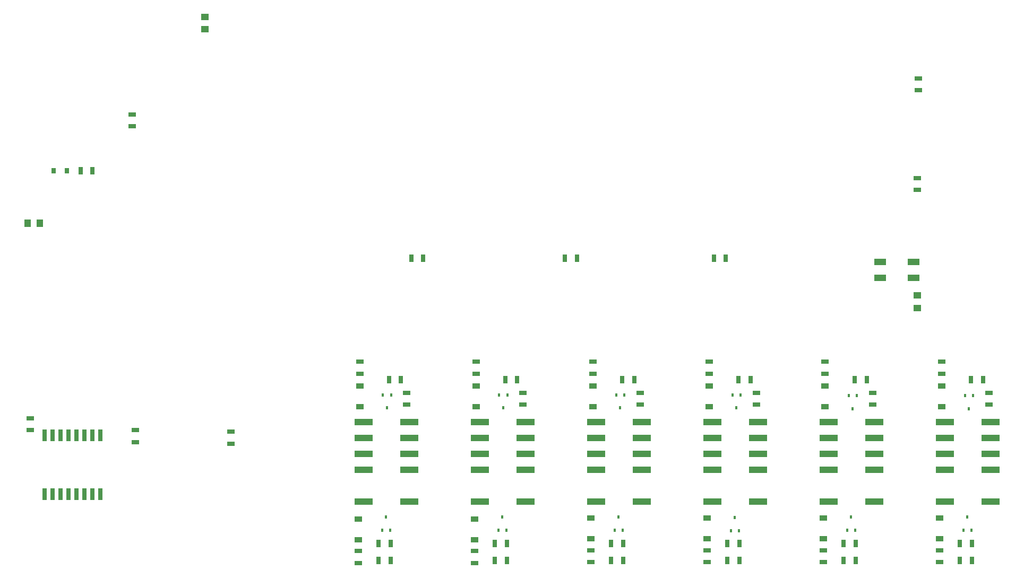
<source format=gbr>
G04 #@! TF.GenerationSoftware,KiCad,Pcbnew,(5.0.2)-1*
G04 #@! TF.CreationDate,2019-02-25T14:42:47-06:00*
G04 #@! TF.ProjectId,OpenThermostat,4f70656e-5468-4657-926d-6f737461742e,rev?*
G04 #@! TF.SameCoordinates,Original*
G04 #@! TF.FileFunction,Paste,Top*
G04 #@! TF.FilePolarity,Positive*
%FSLAX46Y46*%
G04 Gerber Fmt 4.6, Leading zero omitted, Abs format (unit mm)*
G04 Created by KiCad (PCBNEW (5.0.2)-1) date 2/25/2019 2:42:47 PM*
%MOMM*%
%LPD*%
G01*
G04 APERTURE LIST*
%ADD10R,0.700000X1.300000*%
%ADD11R,0.400000X0.600000*%
%ADD12R,1.300000X0.700000*%
%ADD13R,3.000000X1.110000*%
%ADD14R,0.650000X1.950000*%
%ADD15R,1.200000X0.900000*%
%ADD16R,1.875000X1.050000*%
%ADD17R,1.250000X1.000000*%
%ADD18R,0.800000X0.900000*%
%ADD19R,1.000000X1.250000*%
G04 APERTURE END LIST*
D10*
G04 #@! TO.C,R9*
X166304000Y-103505000D03*
X164404000Y-103505000D03*
G04 #@! TD*
D11*
G04 #@! TO.C,Q1*
X168417000Y-147066000D03*
X167117000Y-147066000D03*
X167767000Y-144966000D03*
G04 #@! TD*
G04 #@! TO.C,Q2*
X167371000Y-125349000D03*
X168671000Y-125349000D03*
X168021000Y-127449000D03*
G04 #@! TD*
G04 #@! TO.C,Q3*
X149225000Y-144839000D03*
X148575000Y-146939000D03*
X149875000Y-146939000D03*
G04 #@! TD*
G04 #@! TO.C,Q4*
X148829000Y-125349000D03*
X150129000Y-125349000D03*
X149479000Y-127449000D03*
G04 #@! TD*
G04 #@! TO.C,Q5*
X204851000Y-144839000D03*
X204201000Y-146939000D03*
X205501000Y-146939000D03*
G04 #@! TD*
G04 #@! TO.C,Q6*
X205105000Y-127576000D03*
X205755000Y-125476000D03*
X204455000Y-125476000D03*
G04 #@! TD*
G04 #@! TO.C,Q7*
X186309000Y-144839000D03*
X185659000Y-146939000D03*
X186959000Y-146939000D03*
G04 #@! TD*
G04 #@! TO.C,Q8*
X186563000Y-127576000D03*
X187213000Y-125476000D03*
X185913000Y-125476000D03*
G04 #@! TD*
G04 #@! TO.C,Q9*
X131333000Y-146939000D03*
X130033000Y-146939000D03*
X130683000Y-144839000D03*
G04 #@! TD*
G04 #@! TO.C,Q10*
X130160000Y-125349000D03*
X131460000Y-125349000D03*
X130810000Y-127449000D03*
G04 #@! TD*
G04 #@! TO.C,Q11*
X112791000Y-146939000D03*
X111491000Y-146939000D03*
X112141000Y-144839000D03*
G04 #@! TD*
G04 #@! TO.C,Q12*
X112268000Y-127449000D03*
X112918000Y-125349000D03*
X111618000Y-125349000D03*
G04 #@! TD*
D12*
G04 #@! TO.C,R1*
X55372000Y-129098000D03*
X55372000Y-130998000D03*
G04 #@! TD*
G04 #@! TO.C,R2*
X72136000Y-132903000D03*
X72136000Y-131003000D03*
G04 #@! TD*
G04 #@! TO.C,R3*
X87376000Y-133157000D03*
X87376000Y-131257000D03*
G04 #@! TD*
G04 #@! TO.C,R4*
X71628000Y-82484000D03*
X71628000Y-80584000D03*
G04 #@! TD*
G04 #@! TO.C,R5*
X197004000Y-76698000D03*
X197004000Y-74798000D03*
G04 #@! TD*
G04 #@! TO.C,R6*
X196877000Y-90721000D03*
X196877000Y-92621000D03*
G04 #@! TD*
D10*
G04 #@! TO.C,R7*
X116144000Y-103505000D03*
X118044000Y-103505000D03*
G04 #@! TD*
G04 #@! TO.C,R8*
X142555000Y-103505000D03*
X140655000Y-103505000D03*
G04 #@! TD*
G04 #@! TO.C,R10*
X166563000Y-151765000D03*
X168463000Y-151765000D03*
G04 #@! TD*
D12*
G04 #@! TO.C,R11*
X171196000Y-125034000D03*
X171196000Y-126934000D03*
G04 #@! TD*
D10*
G04 #@! TO.C,R12*
X148021000Y-151765000D03*
X149921000Y-151765000D03*
G04 #@! TD*
D12*
G04 #@! TO.C,R13*
X152654000Y-125034000D03*
X152654000Y-126934000D03*
G04 #@! TD*
D10*
G04 #@! TO.C,R14*
X203647000Y-151765000D03*
X205547000Y-151765000D03*
G04 #@! TD*
D12*
G04 #@! TO.C,R15*
X208280000Y-125034000D03*
X208280000Y-126934000D03*
G04 #@! TD*
D10*
G04 #@! TO.C,R16*
X187005000Y-151765000D03*
X185105000Y-151765000D03*
G04 #@! TD*
D12*
G04 #@! TO.C,R17*
X189738000Y-126934000D03*
X189738000Y-125034000D03*
G04 #@! TD*
D10*
G04 #@! TO.C,R18*
X131379000Y-151765000D03*
X129479000Y-151765000D03*
G04 #@! TD*
D12*
G04 #@! TO.C,R19*
X133985000Y-126934000D03*
X133985000Y-125034000D03*
G04 #@! TD*
D10*
G04 #@! TO.C,R20*
X110937000Y-151765000D03*
X112837000Y-151765000D03*
G04 #@! TD*
D12*
G04 #@! TO.C,R21*
X115443000Y-125034000D03*
X115443000Y-126934000D03*
G04 #@! TD*
D10*
G04 #@! TO.C,R22*
X168463000Y-149098000D03*
X166563000Y-149098000D03*
G04 #@! TD*
G04 #@! TO.C,R23*
X168341000Y-122936000D03*
X170241000Y-122936000D03*
G04 #@! TD*
G04 #@! TO.C,R24*
X149921000Y-149098000D03*
X148021000Y-149098000D03*
G04 #@! TD*
G04 #@! TO.C,R25*
X149799000Y-122936000D03*
X151699000Y-122936000D03*
G04 #@! TD*
G04 #@! TO.C,R26*
X205547000Y-149098000D03*
X203647000Y-149098000D03*
G04 #@! TD*
G04 #@! TO.C,R27*
X205425000Y-122936000D03*
X207325000Y-122936000D03*
G04 #@! TD*
G04 #@! TO.C,R28*
X185105000Y-149098000D03*
X187005000Y-149098000D03*
G04 #@! TD*
G04 #@! TO.C,R29*
X188783000Y-122936000D03*
X186883000Y-122936000D03*
G04 #@! TD*
G04 #@! TO.C,R30*
X129479000Y-149098000D03*
X131379000Y-149098000D03*
G04 #@! TD*
G04 #@! TO.C,R31*
X131130000Y-122936000D03*
X133030000Y-122936000D03*
G04 #@! TD*
G04 #@! TO.C,R32*
X110937000Y-149098000D03*
X112837000Y-149098000D03*
G04 #@! TD*
G04 #@! TO.C,R33*
X112588000Y-122936000D03*
X114488000Y-122936000D03*
G04 #@! TD*
D12*
G04 #@! TO.C,R34*
X163322000Y-150180000D03*
X163322000Y-152080000D03*
G04 #@! TD*
G04 #@! TO.C,R35*
X163703000Y-120081000D03*
X163703000Y-121981000D03*
G04 #@! TD*
G04 #@! TO.C,R36*
X144780000Y-152080000D03*
X144780000Y-150180000D03*
G04 #@! TD*
G04 #@! TO.C,R37*
X145161000Y-121981000D03*
X145161000Y-120081000D03*
G04 #@! TD*
G04 #@! TO.C,R38*
X200406000Y-150180000D03*
X200406000Y-152080000D03*
G04 #@! TD*
G04 #@! TO.C,R39*
X200787000Y-120081000D03*
X200787000Y-121981000D03*
G04 #@! TD*
G04 #@! TO.C,R40*
X181864000Y-150180000D03*
X181864000Y-152080000D03*
G04 #@! TD*
G04 #@! TO.C,R41*
X182118000Y-121981000D03*
X182118000Y-120081000D03*
G04 #@! TD*
G04 #@! TO.C,R42*
X126238000Y-152207000D03*
X126238000Y-150307000D03*
G04 #@! TD*
G04 #@! TO.C,R43*
X126492000Y-120081000D03*
X126492000Y-121981000D03*
G04 #@! TD*
G04 #@! TO.C,R44*
X107696000Y-150307000D03*
X107696000Y-152207000D03*
G04 #@! TD*
G04 #@! TO.C,R45*
X107950000Y-121981000D03*
X107950000Y-120081000D03*
G04 #@! TD*
D13*
G04 #@! TO.C,U4*
X171450000Y-142367000D03*
X164160000Y-142367000D03*
X164160000Y-137287000D03*
X171450000Y-137287000D03*
X164160000Y-134747000D03*
X171450000Y-134747000D03*
X171450000Y-132207000D03*
X164160000Y-132207000D03*
X171450000Y-129667000D03*
X164160000Y-129667000D03*
G04 #@! TD*
G04 #@! TO.C,U5*
X145618000Y-129667000D03*
X152908000Y-129667000D03*
X145618000Y-132207000D03*
X152908000Y-132207000D03*
X152908000Y-134747000D03*
X145618000Y-134747000D03*
X152908000Y-137287000D03*
X145618000Y-137287000D03*
X145618000Y-142367000D03*
X152908000Y-142367000D03*
G04 #@! TD*
G04 #@! TO.C,U6*
X201244000Y-129667000D03*
X208534000Y-129667000D03*
X201244000Y-132207000D03*
X208534000Y-132207000D03*
X208534000Y-134747000D03*
X201244000Y-134747000D03*
X208534000Y-137287000D03*
X201244000Y-137287000D03*
X201244000Y-142367000D03*
X208534000Y-142367000D03*
G04 #@! TD*
G04 #@! TO.C,U7*
X182702000Y-129667000D03*
X189992000Y-129667000D03*
X182702000Y-132207000D03*
X189992000Y-132207000D03*
X189992000Y-134747000D03*
X182702000Y-134747000D03*
X189992000Y-137287000D03*
X182702000Y-137287000D03*
X182702000Y-142367000D03*
X189992000Y-142367000D03*
G04 #@! TD*
G04 #@! TO.C,U8*
X134366000Y-142367000D03*
X127076000Y-142367000D03*
X127076000Y-137287000D03*
X134366000Y-137287000D03*
X127076000Y-134747000D03*
X134366000Y-134747000D03*
X134366000Y-132207000D03*
X127076000Y-132207000D03*
X134366000Y-129667000D03*
X127076000Y-129667000D03*
G04 #@! TD*
G04 #@! TO.C,U9*
X115824000Y-142367000D03*
X108534000Y-142367000D03*
X108534000Y-137287000D03*
X115824000Y-137287000D03*
X108534000Y-134747000D03*
X115824000Y-134747000D03*
X115824000Y-132207000D03*
X108534000Y-132207000D03*
X115824000Y-129667000D03*
X108534000Y-129667000D03*
G04 #@! TD*
D14*
G04 #@! TO.C,U1*
X57658000Y-131800000D03*
X58928000Y-131800000D03*
X60198000Y-131800000D03*
X61468000Y-131800000D03*
X62738000Y-131800000D03*
X64008000Y-131800000D03*
X65278000Y-131800000D03*
X66548000Y-131800000D03*
X66548000Y-141250000D03*
X65278000Y-141250000D03*
X64008000Y-141250000D03*
X62738000Y-141250000D03*
X61468000Y-141250000D03*
X60198000Y-141250000D03*
X58928000Y-141250000D03*
X57658000Y-141250000D03*
G04 #@! TD*
D15*
G04 #@! TO.C,D1*
X163322000Y-148335000D03*
X163322000Y-145035000D03*
G04 #@! TD*
G04 #@! TO.C,D2*
X163703000Y-127253000D03*
X163703000Y-123953000D03*
G04 #@! TD*
G04 #@! TO.C,D3*
X144780000Y-148335000D03*
X144780000Y-145035000D03*
G04 #@! TD*
G04 #@! TO.C,D4*
X145161000Y-127253000D03*
X145161000Y-123953000D03*
G04 #@! TD*
G04 #@! TO.C,D5*
X200406000Y-145035000D03*
X200406000Y-148335000D03*
G04 #@! TD*
G04 #@! TO.C,D6*
X200787000Y-127253000D03*
X200787000Y-123953000D03*
G04 #@! TD*
G04 #@! TO.C,D7*
X181864000Y-148335000D03*
X181864000Y-145035000D03*
G04 #@! TD*
G04 #@! TO.C,D8*
X182118000Y-127253000D03*
X182118000Y-123953000D03*
G04 #@! TD*
G04 #@! TO.C,D9*
X126238000Y-148462000D03*
X126238000Y-145162000D03*
G04 #@! TD*
G04 #@! TO.C,D10*
X126492000Y-127253000D03*
X126492000Y-123953000D03*
G04 #@! TD*
G04 #@! TO.C,D11*
X107696000Y-148462000D03*
X107696000Y-145162000D03*
G04 #@! TD*
G04 #@! TO.C,D12*
X107950000Y-127253000D03*
X107950000Y-123953000D03*
G04 #@! TD*
D16*
G04 #@! TO.C,U10*
X190929500Y-104157000D03*
X196254500Y-104157000D03*
X190929500Y-106657000D03*
X196254500Y-106657000D03*
G04 #@! TD*
D17*
G04 #@! TO.C,C1*
X196850000Y-109490000D03*
X196850000Y-111490000D03*
G04 #@! TD*
D18*
G04 #@! TO.C,D13*
X59080400Y-89560400D03*
X61180400Y-89560400D03*
G04 #@! TD*
D10*
G04 #@! TO.C,R46*
X63388401Y-89560400D03*
X65288401Y-89560400D03*
G04 #@! TD*
D19*
G04 #@! TO.C,C2*
X56943500Y-97917000D03*
X54943500Y-97917000D03*
G04 #@! TD*
D17*
G04 #@! TO.C,C3*
X83248500Y-66976500D03*
X83248500Y-64976500D03*
G04 #@! TD*
M02*

</source>
